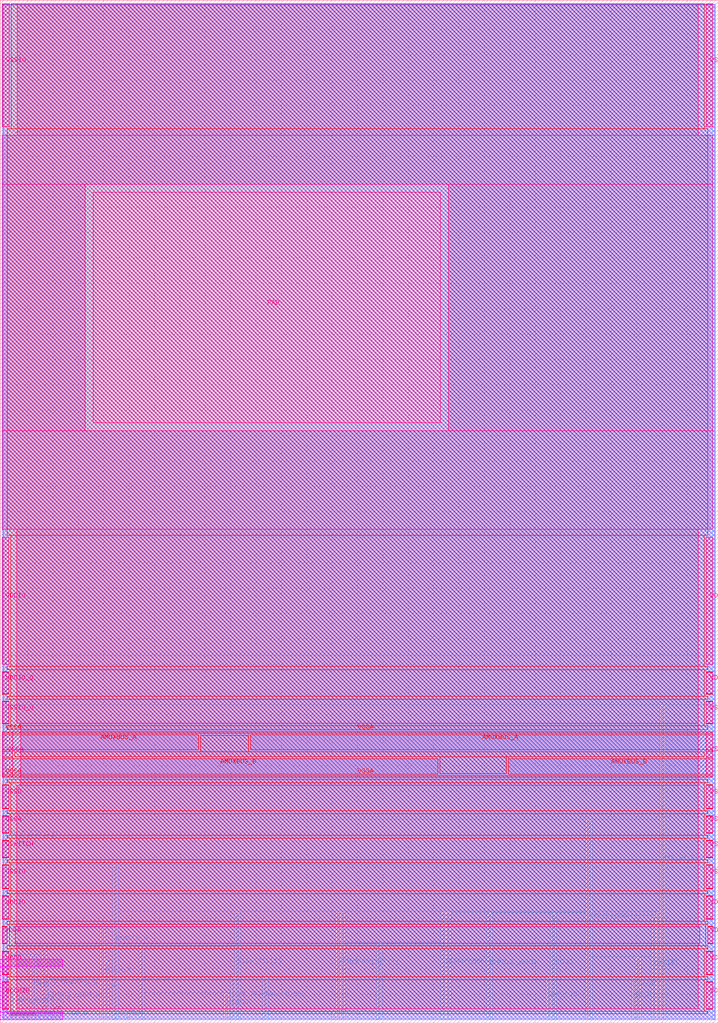
<source format=lef>
MACRO sky130_fd_io__top_gpio_ovtv2
  CLASS PAD ;
  FOREIGN sky130_fd_io__top_gpio_ovtv2 ;
  ORIGIN 0.400 0.735 ;
  SIZE 141.455 BY 201.490 ;
  PIN VSSIO_Q
    PORT
      LAYER met5 ;
        RECT 138.730 58.335 140.000 62.585 ;
    END
    PORT
      LAYER met5 ;
        RECT 0.000 58.335 1.270 62.585 ;
    END
    PORT
      LAYER met4 ;
        RECT 138.730 58.235 140.000 62.685 ;
    END
    PORT
      LAYER met4 ;
        RECT 0.000 58.235 1.270 62.685 ;
    END
  END VSSIO_Q
  PIN VSWITCH
    PORT
      LAYER met5 ;
        RECT 138.730 31.985 140.000 35.235 ;
    END
    PORT
      LAYER met5 ;
        RECT 0.000 31.985 1.270 35.235 ;
    END
    PORT
      LAYER met4 ;
        RECT 138.730 31.885 140.000 35.335 ;
    END
    PORT
      LAYER met4 ;
        RECT 0.000 31.885 1.270 35.335 ;
    END
  END VSWITCH
  PIN VSSIO
    PORT
      LAYER met5 ;
        RECT 138.730 25.935 140.000 30.385 ;
    END
    PORT
      LAYER met5 ;
        RECT 138.730 175.785 140.000 200.000 ;
    END
    PORT
      LAYER met5 ;
        RECT 0.000 25.935 1.270 30.385 ;
    END
    PORT
      LAYER met5 ;
        RECT 0.000 175.785 1.365 200.000 ;
    END
    PORT
      LAYER met4 ;
        RECT 138.730 175.785 140.000 200.000 ;
    END
    PORT
      LAYER met4 ;
        RECT 138.730 25.835 140.000 30.485 ;
    END
    PORT
      LAYER met4 ;
        RECT 0.000 175.785 1.365 200.000 ;
    END
    PORT
      LAYER met4 ;
        RECT 0.000 25.835 1.270 30.485 ;
    END
  END VSSIO
  PIN VSSD
    PORT
      LAYER met5 ;
        RECT 138.730 41.685 140.000 46.135 ;
    END
    PORT
      LAYER met5 ;
        RECT 0.000 41.685 1.270 46.135 ;
    END
    PORT
      LAYER met4 ;
        RECT 138.730 41.585 140.000 46.235 ;
    END
    PORT
      LAYER met4 ;
        RECT 0.000 41.585 1.270 46.235 ;
    END
  END VSSD
  PIN VSSA
    PORT
      LAYER met5 ;
        RECT 138.730 36.840 140.000 40.085 ;
    END
    PORT
      LAYER met5 ;
        RECT 138.730 47.735 140.000 56.735 ;
    END
    PORT
      LAYER met5 ;
        RECT 0.000 36.840 1.270 40.085 ;
    END
    PORT
      LAYER met5 ;
        RECT 0.000 47.735 2.040 56.735 ;
    END
    PORT
      LAYER met4 ;
        RECT 138.730 51.645 140.000 52.825 ;
    END
    PORT
      LAYER met4 ;
        RECT 0.000 47.735 140.000 48.065 ;
    END
    PORT
      LAYER met4 ;
        RECT 0.000 56.405 140.000 56.735 ;
    END
    PORT
      LAYER met4 ;
        RECT 138.730 36.735 140.000 40.185 ;
    END
    PORT
      LAYER met4 ;
        RECT 0.000 51.645 2.040 52.825 ;
    END
    PORT
      LAYER met4 ;
        RECT 0.000 47.735 1.270 48.065 ;
    END
    PORT
      LAYER met4 ;
        RECT 0.000 56.405 1.270 56.735 ;
    END
    PORT
      LAYER met4 ;
        RECT 0.000 36.735 1.270 40.185 ;
    END
  END VSSA
  PIN VDDIO_Q
    PORT
      LAYER met5 ;
        RECT 138.730 64.185 140.000 68.435 ;
    END
    PORT
      LAYER met5 ;
        RECT 0.000 64.185 1.270 68.435 ;
    END
    PORT
      LAYER met4 ;
        RECT 138.730 64.085 140.000 68.535 ;
    END
    PORT
      LAYER met4 ;
        RECT 0.000 64.085 1.270 68.535 ;
    END
  END VDDIO_Q
  PIN VDDIO
    PORT
      LAYER met5 ;
        RECT 138.730 70.035 140.000 94.985 ;
    END
    PORT
      LAYER met5 ;
        RECT 138.730 19.885 140.000 24.335 ;
    END
    PORT
      LAYER met5 ;
        RECT 0.000 70.035 1.270 94.985 ;
    END
    PORT
      LAYER met5 ;
        RECT 0.000 19.885 1.270 24.335 ;
    END
    PORT
      LAYER met4 ;
        RECT 138.730 19.785 140.000 24.435 ;
    END
    PORT
      LAYER met4 ;
        RECT 138.730 70.035 140.000 95.000 ;
    END
    PORT
      LAYER met4 ;
        RECT 0.000 19.785 1.270 24.435 ;
    END
    PORT
      LAYER met4 ;
        RECT 0.000 70.035 1.270 95.000 ;
    END
  END VDDIO
  PIN VDDA
    PORT
      LAYER met5 ;
        RECT 139.035 15.035 140.000 18.285 ;
    END
    PORT
      LAYER met5 ;
        RECT 0.000 15.035 0.965 18.285 ;
    END
    PORT
      LAYER met4 ;
        RECT 139.035 14.935 140.000 18.385 ;
    END
    PORT
      LAYER met4 ;
        RECT 0.000 14.935 0.965 18.385 ;
    END
  END VDDA
  PIN VCCHIB
    PORT
      LAYER met5 ;
        RECT 138.730 2.135 140.000 7.385 ;
    END
    PORT
      LAYER met5 ;
        RECT 0.000 2.135 1.270 7.385 ;
    END
    PORT
      LAYER met4 ;
        RECT 138.730 2.035 140.000 7.485 ;
    END
    PORT
      LAYER met4 ;
        RECT 0.000 2.035 1.270 7.485 ;
    END
  END VCCHIB
  PIN VCCD
    PORT
      LAYER met5 ;
        RECT 138.730 8.985 140.000 13.435 ;
    END
    PORT
      LAYER met5 ;
        RECT 0.000 8.985 1.270 13.435 ;
    END
    PORT
      LAYER met4 ;
        RECT 138.730 8.885 140.000 13.535 ;
    END
    PORT
      LAYER met4 ;
        RECT 0.000 8.885 1.270 13.535 ;
    END
  END VCCD
  PIN PAD
    PORT
      LAYER met5 ;
        RECT 17.930 117.530 86.325 162.905 ;
    END
  END PAD
  PIN AMUXBUS_A
    PORT
      LAYER met4 ;
        RECT 48.930 53.125 140.000 56.105 ;
    END
    PORT
      LAYER met4 ;
        RECT 0.000 53.125 38.675 56.105 ;
    END
  END AMUXBUS_A
  PIN AMUXBUS_B
    PORT
      LAYER met4 ;
        RECT 99.710 48.365 140.000 51.345 ;
    END
    PORT
      LAYER met4 ;
        RECT 0.000 48.365 85.865 51.345 ;
    END
  END AMUXBUS_B
  PIN DM[0]
    PORT
      LAYER met3 ;
        RECT 129.125 0.000 129.455 20.955 ;
    END
  END DM[0]
  PIN DM[1]
    PORT
      LAYER met3 ;
        RECT 128.275 0.000 128.605 20.180 ;
    END
  END DM[1]
  PIN DM[2]
    PORT
      LAYER met3 ;
        RECT 108.395 0.000 108.725 20.640 ;
    END
  END DM[2]
  PIN INP_DIS
    PORT
      LAYER met3 ;
        RECT 107.545 0.000 107.875 8.060 ;
    END
  END INP_DIS
  PIN VTRIP_SEL
    PORT
      LAYER met3 ;
        RECT 87.665 0.000 87.995 20.980 ;
    END
  END VTRIP_SEL
  PIN IB_MODE_SEL[0]
    PORT
      LAYER met3 ;
        RECT 86.815 0.000 87.145 20.980 ;
    END
  END IB_MODE_SEL[0]
  PIN IB_MODE_SEL[1]
    PORT
      LAYER met3 ;
        RECT 66.935 0.000 67.265 20.980 ;
    END
  END IB_MODE_SEL[1]
  PIN SLEW_CTL[0]
    PORT
      LAYER met3 ;
        RECT 66.085 0.000 66.415 20.980 ;
    END
  END SLEW_CTL[0]
  PIN SLEW_CTL[1]
    PORT
      LAYER met3 ;
        RECT 46.205 0.000 46.535 20.980 ;
    END
  END SLEW_CTL[1]
  PIN HYS_TRIM
    PORT
      LAYER met3 ;
        RECT 45.355 0.000 45.685 8.060 ;
    END
  END HYS_TRIM
  PIN HLD_OVR
    PORT
      LAYER met3 ;
        RECT 27.355 0.000 27.685 14.055 ;
    END
  END HLD_OVR
  PIN ENABLE_H
    PORT
      LAYER met3 ;
        RECT 22.135 0.000 22.465 30.150 ;
    END
  END ENABLE_H
  PIN HLD_H_N
    PORT
      LAYER met3 ;
        RECT 19.635 0.000 19.965 17.985 ;
    END
  END HLD_H_N
  PIN ENABLE_VDDA_H
    PORT
      LAYER met3 ;
        RECT 8.770 0.000 9.100 7.915 ;
    END
  END ENABLE_VDDA_H
  PIN ANALOG_EN
    PORT
      LAYER met3 ;
        RECT 8.115 0.000 8.445 14.070 ;
    END
  END ANALOG_EN
  PIN ENABLE_INP_H
    PORT
      LAYER met3 ;
        RECT 7.110 0.000 7.440 0.670 ;
    END
  END ENABLE_INP_H
  PIN IN
    PORT
      LAYER met3 ;
        RECT 20.380 0.000 20.710 11.310 ;
    END
  END IN
  PIN IN_H
    PORT
      LAYER met3 ;
        RECT 24.380 0.000 24.710 0.940 ;
    END
  END IN_H
  PIN VINREF
    PORT
      LAYER met3 ;
        RECT 44.035 0.000 44.365 4.885 ;
    END
  END VINREF
  PIN OUT
    PORT
      LAYER met3 ;
        RECT 74.125 0.000 74.455 14.865 ;
    END
  END OUT
  PIN ANALOG_POL
    PORT
      LAYER met3 ;
        RECT 65.235 0.000 65.565 1.165 ;
    END
  END ANALOG_POL
  PIN ANALOG_SEL
    PORT
      LAYER met3 ;
        RECT 51.655 0.000 51.985 8.060 ;
    END
  END ANALOG_SEL
  PIN SLOW
    PORT
      LAYER met3 ;
        RECT 125.140 0.000 125.470 11.965 ;
    END
  END SLOW
  PIN OE_N
    PORT
      LAYER met3 ;
        RECT 124.445 0.000 124.775 8.060 ;
    END
  END OE_N
  PIN TIE_HI_ESD
    PORT
      LAYER met3 ;
        RECT 129.975 0.000 130.305 61.655 ;
    END
  END TIE_HI_ESD
  PIN TIE_LO_ESD
    PORT
      LAYER met3 ;
        RECT 115.290 0.000 115.890 39.035 ;
    END
  END TIE_LO_ESD
  PIN PAD_A_ESD_0_H
    PORT
      LAYER met3 ;
        RECT 1.600 0.000 2.200 5.470 ;
    END
  END PAD_A_ESD_0_H
  PIN PAD_A_ESD_1_H
    PORT
      LAYER met3 ;
        RECT 0.330 0.000 0.930 71.380 ;
    END
  END PAD_A_ESD_1_H
  PIN PAD_A_NOESD_H
    PORT
      LAYER met3 ;
        RECT 2.885 0.000 3.485 5.900 ;
    END
  END PAD_A_NOESD_H
  PIN ENABLE_VSWITCH_H
    PORT
      LAYER met3 ;
        RECT 5.765 0.000 6.365 12.470 ;
    END
  END ENABLE_VSWITCH_H
  PIN ENABLE_VDDIO
    PORT
      LAYER met3 ;
        RECT 95.845 0.000 96.215 20.755 ;
    END
  END ENABLE_VDDIO
  OBS
      LAYER nwell ;
        RECT -0.400 10.495 11.880 11.925 ;
        RECT -0.400 1.430 1.030 10.495 ;
        RECT -0.400 0.000 11.880 1.430 ;
      LAYER li1 ;
        RECT 0.230 0.200 140.475 199.780 ;
      LAYER met1 ;
        RECT 0.080 0.000 140.475 199.810 ;
      LAYER met2 ;
        RECT 0.080 0.000 140.325 199.955 ;
      LAYER met3 ;
        RECT 0.330 71.780 140.000 199.715 ;
        RECT 1.330 62.055 140.000 71.780 ;
        RECT 1.330 39.435 129.575 62.055 ;
        RECT 1.330 30.550 114.890 39.435 ;
        RECT 1.330 18.385 21.735 30.550 ;
        RECT 1.330 14.470 19.235 18.385 ;
        RECT 1.330 12.870 7.715 14.470 ;
        RECT 1.330 6.300 5.365 12.870 ;
        RECT 1.330 5.870 2.485 6.300 ;
        RECT 3.885 0.000 5.365 6.300 ;
        RECT 6.765 1.070 7.715 12.870 ;
        RECT 8.845 8.315 19.235 14.470 ;
        RECT 20.365 11.710 21.735 18.385 ;
        RECT 9.500 0.000 19.235 8.315 ;
        RECT 21.110 0.000 21.735 11.710 ;
        RECT 22.865 21.380 114.890 30.550 ;
        RECT 22.865 14.455 45.805 21.380 ;
        RECT 22.865 1.340 26.955 14.455 ;
        RECT 22.865 0.000 23.980 1.340 ;
        RECT 25.110 0.000 26.955 1.340 ;
        RECT 28.085 8.460 45.805 14.455 ;
        RECT 46.935 8.460 65.685 21.380 ;
        RECT 28.085 5.285 44.955 8.460 ;
        RECT 28.085 0.000 43.635 5.285 ;
        RECT 44.765 0.000 44.955 5.285 ;
        RECT 46.935 0.000 51.255 8.460 ;
        RECT 52.385 1.565 65.685 8.460 ;
        RECT 67.665 15.265 86.415 21.380 ;
        RECT 52.385 0.000 64.835 1.565 ;
        RECT 67.665 0.000 73.725 15.265 ;
        RECT 74.855 0.000 86.415 15.265 ;
        RECT 88.395 21.155 114.890 21.380 ;
        RECT 88.395 0.000 95.445 21.155 ;
        RECT 96.615 21.040 114.890 21.155 ;
        RECT 96.615 8.460 107.995 21.040 ;
        RECT 96.615 0.000 107.145 8.460 ;
        RECT 109.125 0.000 114.890 21.040 ;
        RECT 116.290 21.355 129.575 39.435 ;
        RECT 116.290 20.580 128.725 21.355 ;
        RECT 116.290 12.365 127.875 20.580 ;
        RECT 116.290 8.460 124.740 12.365 ;
        RECT 116.290 0.000 124.045 8.460 ;
        RECT 125.870 0.000 127.875 12.365 ;
        RECT 130.705 0.000 140.000 62.055 ;
      LAYER met4 ;
        RECT 1.765 175.385 138.330 200.000 ;
        RECT 0.965 95.400 139.035 175.385 ;
        RECT 1.670 69.635 138.330 95.400 ;
        RECT 0.965 68.935 139.035 69.635 ;
        RECT 1.670 63.685 138.330 68.935 ;
        RECT 0.965 63.085 139.035 63.685 ;
        RECT 1.670 57.835 138.330 63.085 ;
        RECT 0.965 57.135 139.035 57.835 ;
        RECT 39.075 52.725 48.530 56.005 ;
        RECT 2.440 51.745 138.330 52.725 ;
        RECT 86.265 48.465 99.310 51.745 ;
        RECT 0.965 46.635 139.035 47.335 ;
        RECT 1.670 41.185 138.330 46.635 ;
        RECT 0.965 40.585 139.035 41.185 ;
        RECT 1.670 36.335 138.330 40.585 ;
        RECT 0.965 35.735 139.035 36.335 ;
        RECT 1.670 31.485 138.330 35.735 ;
        RECT 0.965 30.885 139.035 31.485 ;
        RECT 1.670 25.435 138.330 30.885 ;
        RECT 0.965 24.835 139.035 25.435 ;
        RECT 1.670 19.385 138.330 24.835 ;
        RECT 0.965 18.785 139.035 19.385 ;
        RECT 1.365 14.535 138.635 18.785 ;
        RECT 0.965 13.935 139.035 14.535 ;
        RECT 1.670 8.485 138.330 13.935 ;
        RECT 0.965 7.885 139.035 8.485 ;
        RECT 1.670 1.635 138.330 7.885 ;
        RECT 0.965 1.160 139.035 1.635 ;
      LAYER met5 ;
        RECT 2.965 174.185 137.130 200.000 ;
        RECT 0.000 164.505 140.000 174.185 ;
        RECT 0.000 115.930 16.330 164.505 ;
        RECT 87.925 115.930 140.000 164.505 ;
        RECT 0.000 96.585 140.000 115.930 ;
        RECT 2.870 58.335 137.130 96.585 ;
        RECT 3.640 46.135 137.130 58.335 ;
        RECT 2.870 18.285 137.130 46.135 ;
        RECT 2.565 15.035 137.435 18.285 ;
        RECT 2.870 2.135 137.130 15.035 ;
  END
END sky130_fd_io__top_gpio_ovtv2
END LIBRARY


</source>
